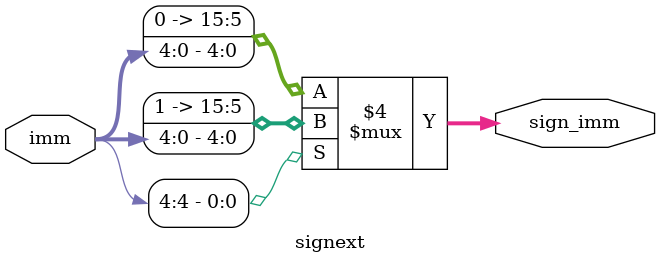
<source format=v>
`timescale 1ns / 1ps
module signext(imm, sign_imm);
	input  [4:0] imm;
	output reg [15:0] sign_imm;
	
	always @ (imm) begin
		if (imm[4] == 1'b1) begin
			sign_imm = {11'b11111111111, imm};
		end else begin
			sign_imm = {11'b00000000000, imm};
		end
	end
	
	

endmodule 
</source>
